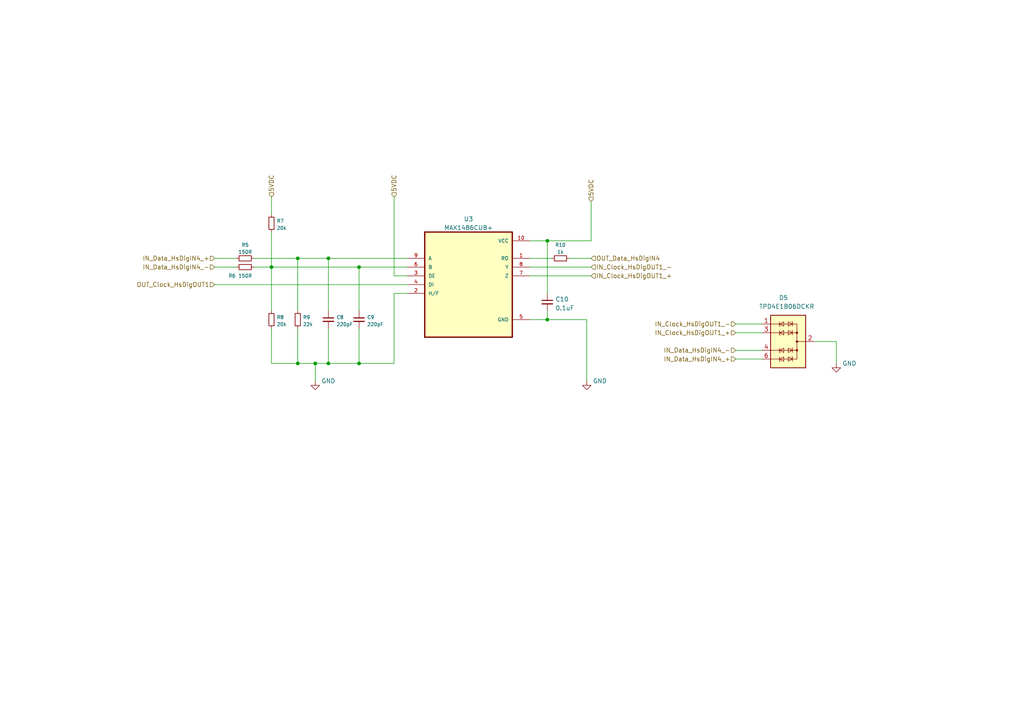
<source format=kicad_sch>
(kicad_sch (version 20211123) (generator eeschema)
  (paper "A4")
  (lib_symbols
    (symbol "Device:C_Small" (pin_numbers hide) (pin_names (offset 0.254) hide)
      (property "Reference" "C" (at 0.254 1.778 0))
      (property "Value" "C_Small" (at 0.254 -2.032 0))
      (symbol "C_Small_0_1"
        (polyline (pts (xy -1.524 -0.508) (xy 1.524 -0.508)) (stroke (width 0.3302)))
        (polyline (pts (xy -1.524 0.508) (xy 1.524 0.508)) (stroke (width 0.3048)))
      )
      (symbol "C_Small_1_1"
        (pin passive line (at 0 2.54 270) (length 2.032) (name "~") (number "1"))
        (pin passive line (at 0 -2.54 90) (length 2.032) (name "~") (number "2"))
      )
    )
    (symbol "Device:R_Small" (pin_numbers hide) (pin_names (offset 0.254) hide)
      (property "Reference" "R" (at 0.762 0.508 0))
      (property "Value" "R_Small" (at 0.762 -1.016 0))
      (symbol "R_Small_0_1"
        (rectangle (start -0.762 1.778) (end 0.762 -1.778) (stroke (width 0.2032)))
      )
      (symbol "R_Small_1_1"
        (pin passive line (at 0 2.54 270) (length 0.762) (name "~") (number "1"))
        (pin passive line (at 0 -2.54 90) (length 0.762) (name "~") (number "2"))
      )
    )
    (symbol "Power_Protection:ESDA6V1BC6" (pin_names hide)
      (property "Reference" "D" (at -2.54 -6.35 0))
      (property "Value" "ESDA6V1BC6" (at 1.27 -6.35 0))
      (symbol "ESDA6V1BC6_0_0"
        (pin passive line (at 0 -7.62 90) (length 2.54) (name "COM") (number "2"))
      )
      (symbol "ESDA6V1BC6_0_1"
        (rectangle (start -7.62 5.08) (end 7.62 -5.08) (stroke (width 0.254)) (fill (type background)))
        (circle (center -2.54 -2.54) (radius 0.254) (fill (type outline)))
        (circle (center 0 -2.54) (radius 0.254) (fill (type outline)))
        (polyline (pts (xy -5.08 -2.54) (xy -5.08 -1.27)))
        (polyline (pts (xy -5.08 -2.54) (xy 5.08 -2.54)))
        (polyline (pts (xy -5.08 2.54) (xy -5.08 -1.27)))
        (polyline (pts (xy -5.08 5.08) (xy -5.08 2.54)))
        (polyline (pts (xy -2.54 -2.54) (xy -2.54 -1.27)))
        (polyline (pts (xy -2.54 2.54) (xy -2.54 -1.27)))
        (polyline (pts (xy -2.54 5.08) (xy -2.54 2.54)))
        (polyline (pts (xy 0 -2.54) (xy 0 -5.08)))
        (polyline (pts (xy 2.54 -2.54) (xy 2.54 -1.27)))
        (polyline (pts (xy 2.54 2.54) (xy 2.54 -1.27)))
        (polyline (pts (xy 2.54 5.08) (xy 2.54 2.54)))
        (polyline (pts (xy 5.08 -2.54) (xy 5.08 -1.27)))
        (polyline (pts (xy 5.08 2.54) (xy 5.08 -1.27)))
        (polyline (pts (xy 5.08 5.08) (xy 5.08 2.54)))
        (polyline (pts (xy -5.715 -1.016) (xy -5.715 -1.27) (xy -4.445 -1.27)))
        (polyline (pts (xy -5.715 2.54) (xy -4.445 2.54) (xy -4.445 2.286)))
        (polyline (pts (xy -3.175 -1.016) (xy -3.175 -1.27) (xy -1.905 -1.27)))
        (polyline (pts (xy -3.175 2.54) (xy -1.905 2.54) (xy -1.905 2.286)))
        (polyline (pts (xy 1.905 -1.016) (xy 1.905 -1.27) (xy 3.175 -1.27)))
        (polyline (pts (xy 1.905 2.54) (xy 3.175 2.54) (xy 3.175 2.286)))
        (polyline (pts (xy 4.445 -1.016) (xy 4.445 -1.27) (xy 5.715 -1.27)))
        (polyline (pts (xy 4.445 2.54) (xy 5.715 2.54) (xy 5.715 2.286)))
        (polyline (pts (xy -5.08 -1.27) (xy -5.715 0) (xy -4.445 0) (xy -5.08 -1.27)))
        (polyline (pts (xy -5.08 2.54) (xy -4.445 1.27) (xy -5.715 1.27) (xy -5.08 2.54)))
        (polyline (pts (xy -2.54 -1.27) (xy -3.175 0) (xy -1.905 0) (xy -2.54 -1.27)))
        (polyline (pts (xy -2.54 2.54) (xy -1.905 1.27) (xy -3.175 1.27) (xy -2.54 2.54)))
        (polyline (pts (xy 2.54 -1.27) (xy 1.905 0) (xy 3.175 0) (xy 2.54 -1.27)))
        (polyline (pts (xy 2.54 2.54) (xy 3.175 1.27) (xy 1.905 1.27) (xy 2.54 2.54)))
        (polyline (pts (xy 5.08 -1.27) (xy 4.445 0) (xy 5.715 0) (xy 5.08 -1.27)))
        (polyline (pts (xy 5.08 2.54) (xy 5.715 1.27) (xy 4.445 1.27) (xy 5.08 2.54)))
        (circle (center 2.54 -2.54) (radius 0.254) (fill (type outline)))
      )
      (symbol "ESDA6V1BC6_1_1"
        (pin passive line (at -5.08 7.62 270) (length 2.54) (name "TVS1") (number "1"))
        (pin passive line (at -2.54 7.62 270) (length 2.54) (name "TVS2") (number "3"))
        (pin passive line (at 2.54 7.62 270) (length 2.54) (name "TVS3") (number "4"))
        (pin passive line (at 0 -7.62 90) (length 2.54) hide (name "COM") (number "5"))
        (pin passive line (at 5.08 7.62 270) (length 2.54) (name "TVS4") (number "6"))
      )
    )
    (symbol "custom_lib:MAX1486CUB+" (pin_names (offset 1.016))
      (property "Reference" "U" (at -12.7 16.2306 0))
      (property "Value" "MAX1486CUB+" (at -12.7 -19.2278 0))
      (symbol "MAX1486CUB+_0_0"
        (rectangle (start -12.7 -15.24) (end 12.7 15.24) (stroke (width 0.4064)) (fill (type background)))
        (pin output line (at 17.78 7.62 180) (length 5.08) (name "RO") (number "1"))
        (pin power_in line (at 17.78 12.7 180) (length 5.08) (name "VCC") (number "10"))
        (pin input line (at -17.78 -2.54 0) (length 5.08) (name "H/F") (number "2"))
        (pin input line (at -17.78 2.54 0) (length 5.08) (name "DE") (number "3"))
        (pin input line (at -17.78 0 0) (length 5.08) (name "DI") (number "4"))
        (pin power_in line (at 17.78 -10.16 180) (length 5.08) (name "GND") (number "5"))
        (pin input line (at -17.78 5.08 0) (length 5.08) (name "B") (number "6"))
        (pin output line (at 17.78 2.54 180) (length 5.08) (name "Z") (number "7"))
        (pin output line (at 17.78 5.08 180) (length 5.08) (name "Y") (number "8"))
        (pin input line (at -17.78 7.62 0) (length 5.08) (name "A") (number "9"))
      )
    )
    (symbol "power:GND" (power) (pin_names (offset 0))
      (property "Value" "GND" (at 0 -3.81 0))
      (symbol "GND_0_1"
        (polyline (pts (xy 0 0) (xy 0 -1.27) (xy 1.27 -1.27) (xy 0 -2.54) (xy -1.27 -1.27) (xy 0 -1.27)))
      )
      (symbol "GND_1_1"
        (pin power_in line (at 0 0 270) (length 0) hide (name "GND") (number "1"))
      )
    )
  )
  (junction (at 95.25 74.93))
  (junction (at 158.75 69.85))
  (junction (at 78.74 77.47))
  (junction (at 104.14 77.47))
  (junction (at 91.44 105.41))
  (junction (at 95.25 105.41))
  (junction (at 86.36 74.93))
  (junction (at 104.14 105.41))
  (junction (at 86.36 105.41))
  (junction (at 158.75 92.71))
  (wire (pts (xy 158.75 90.17) (xy 158.75 92.71)))
  (wire (pts (xy 104.14 77.47) (xy 118.11 77.47)))
  (wire (pts (xy 62.23 77.47) (xy 68.58 77.47)))
  (wire (pts (xy 78.74 57.15) (xy 78.74 62.23)))
  (wire (pts (xy 78.74 105.41) (xy 78.74 95.25)))
  (wire (pts (xy 78.74 67.31) (xy 78.74 77.47)))
  (wire (pts (xy 171.45 77.47) (xy 153.67 77.47)))
  (wire (pts (xy 95.25 105.41) (xy 91.44 105.41)))
  (wire (pts (xy 73.66 77.47) (xy 78.74 77.47)))
  (wire (pts (xy 86.36 95.25) (xy 86.36 105.41)))
  (wire (pts (xy 114.3 105.41) (xy 114.3 85.09)))
  (wire (pts (xy 236.22 99.06) (xy 242.57 99.06)))
  (wire (pts (xy 104.14 95.25) (xy 104.14 105.41)))
  (wire (pts (xy 242.57 105.41) (xy 242.57 99.06)))
  (wire (pts (xy 213.36 96.52) (xy 220.98 96.52)))
  (wire (pts (xy 171.45 80.01) (xy 153.67 80.01)))
  (wire (pts (xy 213.36 93.98) (xy 220.98 93.98)))
  (wire (pts (xy 171.45 58.42) (xy 171.45 69.85)))
  (wire (pts (xy 95.25 95.25) (xy 95.25 105.41)))
  (wire (pts (xy 153.67 74.93) (xy 160.02 74.93)))
  (wire (pts (xy 213.36 101.6) (xy 220.98 101.6)))
  (wire (pts (xy 165.1 74.93) (xy 171.45 74.93)))
  (wire (pts (xy 170.18 92.71) (xy 158.75 92.71)))
  (wire (pts (xy 170.18 92.71) (xy 170.18 110.49)))
  (wire (pts (xy 171.45 69.85) (xy 158.75 69.85)))
  (wire (pts (xy 104.14 105.41) (xy 114.3 105.41)))
  (wire (pts (xy 86.36 74.93) (xy 95.25 74.93)))
  (wire (pts (xy 78.74 77.47) (xy 78.74 90.17)))
  (wire (pts (xy 114.3 57.15) (xy 114.3 80.01)))
  (wire (pts (xy 95.25 74.93) (xy 118.11 74.93)))
  (wire (pts (xy 153.67 92.71) (xy 158.75 92.71)))
  (wire (pts (xy 213.36 104.14) (xy 220.98 104.14)))
  (wire (pts (xy 95.25 74.93) (xy 95.25 90.17)))
  (wire (pts (xy 86.36 105.41) (xy 78.74 105.41)))
  (wire (pts (xy 114.3 85.09) (xy 118.11 85.09)))
  (wire (pts (xy 73.66 74.93) (xy 86.36 74.93)))
  (wire (pts (xy 104.14 77.47) (xy 104.14 90.17)))
  (wire (pts (xy 91.44 105.41) (xy 86.36 105.41)))
  (wire (pts (xy 153.67 69.85) (xy 158.75 69.85)))
  (wire (pts (xy 62.23 74.93) (xy 68.58 74.93)))
  (wire (pts (xy 86.36 74.93) (xy 86.36 90.17)))
  (wire (pts (xy 104.14 105.41) (xy 95.25 105.41)))
  (wire (pts (xy 158.75 69.85) (xy 158.75 85.09)))
  (wire (pts (xy 78.74 77.47) (xy 104.14 77.47)))
  (wire (pts (xy 62.23 82.55) (xy 118.11 82.55)))
  (wire (pts (xy 114.3 80.01) (xy 118.11 80.01)))
  (wire (pts (xy 91.44 105.41) (xy 91.44 110.49)))
  (text "\n\n" (at 179.07 73.66 0) (effects (font (size 1.27 1.27)) (justify left bottom)))
  (hierarchical_label "IN_Data_HsDigIN4_-" (shape input) (at 213.36 101.6 180))
  (hierarchical_label "5VDC" (shape input) (at 171.45 58.42 90))
  (hierarchical_label "OUT_Data_HsDigIN4" (shape input) (at 171.45 74.93 0))
  (hierarchical_label "5VDC" (shape input) (at 114.3 57.15 90))
  (hierarchical_label "IN_Data_HsDigIN4_-" (shape input) (at 62.23 77.47 180))
  (hierarchical_label "IN_Clock_HsDigOUT1_-" (shape input) (at 171.45 77.47 0))
  (hierarchical_label "5VDC" (shape input) (at 78.74 57.15 90))
  (hierarchical_label "IN_Data_HsDigIN4_+" (shape input) (at 62.23 74.93 180))
  (hierarchical_label "IN_Clock_HsDigOUT1_+" (shape input) (at 171.45 80.01 0))
  (hierarchical_label "IN_Clock_HsDigOUT1_+" (shape input) (at 213.36 96.52 180))
  (hierarchical_label "OUT_Clock_HsDigOUT1" (shape input) (at 62.23 82.55 180))
  (hierarchical_label "IN_Clock_HsDigOUT1_-" (shape input) (at 213.36 93.98 180))
  (hierarchical_label "IN_Data_HsDigIN4_+" (shape input) (at 213.36 104.14 180))
  (symbol (lib_id "Device:C_Small") (at 104.14 92.71 0) (unit 1)
    (property "Reference" "C9" (at 106.4641 92.0321 0) (effects (font (size 1 1)) (justify left)))
    (property "Value" "220pF" (at 106.4641 94.0837 0) (effects (font (size 1 1)) (justify left)))
    (property "Footprint" "Capacitor_SMD:C_0603_1608Metric_Pad1.08x0.95mm_HandSolder" (effects hide))
    (property "Datasheet" "http://www.passivecomponent.com/wp-content/uploads/datasheet/WTC_MLCC_General_Purpose.pdf" (effects hide))
  )
  (symbol (lib_id "Device:R_Small") (at 78.74 64.77 180) (unit 1)
    (property "Reference" "R7" (at 80.2386 64.0858 0) (effects (font (size 1 1)) (justify right)))
    (property "Value" "20k" (at 80.2386 66.1374 0) (effects (font (size 1 1)) (justify right)))
    (property "Footprint" "Resistor_SMD:R_0603_1608Metric_Pad0.98x0.95mm_HandSolder" (effects hide))
    (property "Datasheet" "https://www.te.com/commerce/DocumentDelivery/DDEController?Action=srchrtrv&DocNm=1773200&DocType=DS&DocLang=English" (effects hide))
  )
  (symbol (lib_id "Device:R_Small") (at 78.74 92.71 180) (unit 1)
    (property "Reference" "R8" (at 80.2386 92.0258 0) (effects (font (size 1 1)) (justify right)))
    (property "Value" "20k" (at 80.2386 94.0774 0) (effects (font (size 1 1)) (justify right)))
    (property "Footprint" "Resistor_SMD:R_0603_1608Metric_Pad0.98x0.95mm_HandSolder" (effects hide))
    (property "Datasheet" "https://www.te.com/commerce/DocumentDelivery/DDEController?Action=srchrtrv&DocNm=1773200&DocType=DS&DocLang=English" (effects hide))
  )
  (symbol (lib_id "Device:R_Small") (at 162.56 74.93 90) (unit 1)
    (property "Reference" "R10" (at 162.56 71.0372 90) (effects (font (size 1 1))))
    (property "Value" "1k" (at 162.56 73.0888 90) (effects (font (size 1 1))))
    (property "Footprint" "Resistor_SMD:R_0603_1608Metric_Pad0.98x0.95mm_HandSolder" (effects hide))
    (property "Datasheet" "https://www.te.com/commerce/DocumentDelivery/DDEController?Action=srchrtrv&DocNm=1773200&DocType=DS&DocLang=English" (effects hide))
  )
  (symbol (lib_id "Device:R_Small") (at 86.36 92.71 180) (unit 1)
    (property "Reference" "R9" (at 87.8586 92.0258 0) (effects (font (size 1 1)) (justify right)))
    (property "Value" "22k" (at 87.8586 94.0774 0) (effects (font (size 1 1)) (justify right)))
    (property "Footprint" "Resistor_SMD:R_0603_1608Metric_Pad0.98x0.95mm_HandSolder" (effects hide))
    (property "Datasheet" "https://www.susumu.co.jp/common/pdf/n_catalog_partition05_en.pdf" (effects hide))
  )
  (symbol (lib_id "Device:R_Small") (at 71.12 77.47 90) (unit 1)
    (property "Reference" "R6" (at 67.31 80.01 90) (effects (font (size 1 1))))
    (property "Value" "150R" (at 71.12 80.01 90) (effects (font (size 1 1))))
    (property "Footprint" "Resistor_SMD:R_0603_1608Metric_Pad0.98x0.95mm_HandSolder" (effects hide))
    (property "Datasheet" "https://www.susumu.co.jp/common/pdf/n_catalog_partition05_en.pdf" (effects hide))
  )
  (symbol (lib_id "Device:R_Small") (at 71.12 74.93 90) (unit 1)
    (property "Reference" "R5" (at 71.12 71.0372 90) (effects (font (size 1 1))))
    (property "Value" "150R" (at 71.12 73.0888 90) (effects (font (size 1 1))))
    (property "Footprint" "Resistor_SMD:R_0603_1608Metric_Pad0.98x0.95mm_HandSolder" (effects hide))
    (property "Datasheet" "https://www.susumu.co.jp/common/pdf/n_catalog_partition05_en.pdf" (effects hide))
  )
  (symbol (lib_id "custom_lib:MAX1486CUB+") (at 135.89 82.55 0) (unit 1)
    (property "Reference" "U3" (at 135.89 63.534 0))
    (property "Value" "MAX1486CUB+" (at 135.89 66.0709 0))
    (property "Footprint" "lib:SOP50P490X110-10N" (effects hide))
    (property "Datasheet" "https://datasheets.maximintegrated.com/en/ds/MAX1481-MAX1486.pdf" (effects hide))
  )
  (symbol (lib_id "Power_Protection:ESDA6V1BC6") (at 228.6 99.06 90) (mirror x) (unit 1)
    (property "Reference" "D5" (at 228.6 86.36 90) (effects (justify left)))
    (property "Value" "TPD4E1B06DCKR" (at 236.22 88.9 90) (effects (justify left)))
    (property "Footprint" "lib:TVS_TPD4E1B06DCKR" (effects hide))
    (property "Datasheet" "https://www.ti.com/lit/ds/symlink/tpd4e1b06.pdf?HQS=dis-dk-null-digikeymode-dsf-pf-null-wwe&ts=1665063828608&ref_url=https%253A%252F%252Fwww.ti.com%252Fgeneral%252Fdocs%252Fsuppproductinfo.tsp%253FdistId%253D10%2526gotoUrl%253Dhttps%253A%252F%252Fwww.ti.com%252Flit%252Fgpn%252Ftpd4e1b06" (effects hide))
  )
  (symbol (lib_id "Device:C_Small") (at 95.25 92.71 0) (unit 1)
    (property "Reference" "C8" (at 97.5741 92.0321 0) (effects (font (size 1 1)) (justify left)))
    (property "Value" "220pF" (at 97.5741 94.0837 0) (effects (font (size 1 1)) (justify left)))
    (property "Footprint" "Capacitor_SMD:C_0603_1608Metric_Pad1.08x0.95mm_HandSolder" (effects hide))
    (property "Datasheet" "http://www.passivecomponent.com/wp-content/uploads/datasheet/WTC_MLCC_General_Purpose.pdf" (effects hide))
  )
  (symbol (lib_id "power:GND") (at 242.57 105.41 0) (unit 1)
    (property "Reference" "#PWR0107" (effects hide))
    (property "Value" "GND" (at 246.38 105.41 0))
  )
  (symbol (lib_id "Device:C_Small") (at 158.75 87.63 0) (unit 1)
    (property "Reference" "C10" (at 161.0741 86.8016 0) (effects (justify left)))
    (property "Value" "0.1uF" (at 161.0741 89.3385 0) (effects (justify left)))
    (property "Footprint" "Capacitor_SMD:C_0603_1608Metric_Pad1.08x0.95mm_HandSolder" (effects hide))
    (property "Datasheet" "https://media.digikey.com/pdf/Data%20Sheets/Samsung%20PDFs/CL10B104KO8NNNC_Spec.pdf" (effects hide))
  )
  (symbol (lib_id "power:GND") (at 170.18 110.49 0) (unit 1)
    (property "Reference" "#PWR0108" (effects hide))
    (property "Value" "GND" (at 173.99 110.49 0))
  )
  (symbol (lib_id "power:GND") (at 91.44 110.49 0) (unit 1)
    (property "Reference" "#PWR0109" (effects hide))
    (property "Value" "GND" (at 95.25 110.49 0))
  )
)
</source>
